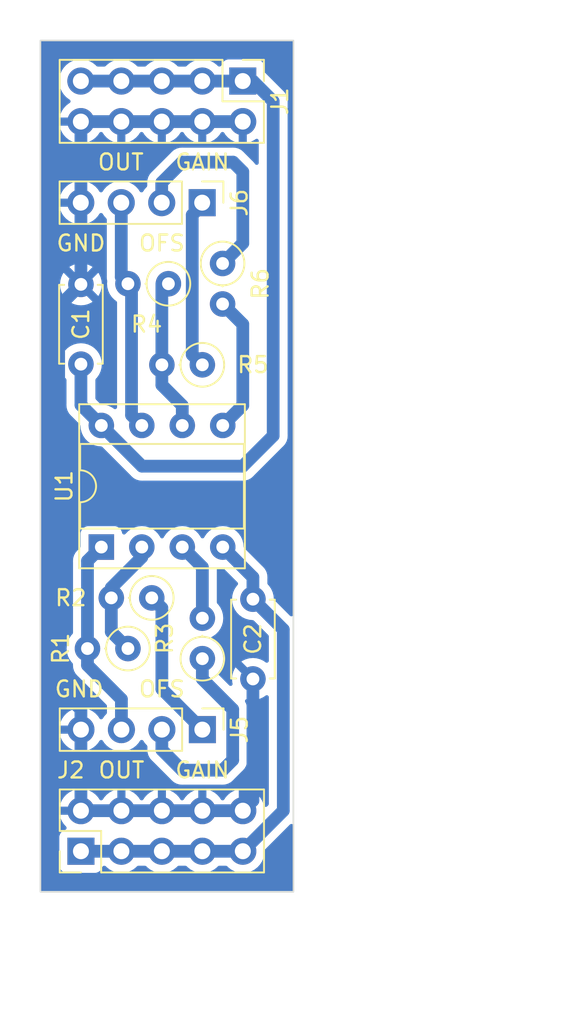
<source format=kicad_pcb>
(kicad_pcb (version 20221018) (generator pcbnew)
  (layers (0 "F.Cu" signal) (31 "B.Cu" signal) (34 "B.Paste" user) (35 "F.Paste" user) (36 "B.SilkS" user "B.Silkscreen") (37 "F.SilkS" user "F.Silkscreen") (38 "B.Mask" user) (39 "F.Mask" user) (44 "Edge.Cuts" user))
  (net 0 "")
  (net 1 "+12V")
  (net 2 "GND")
  (net 3 "-12V")
  (net 4 "Net-(J5-Pad1)")
  (net 5 "Net-(J5-Pad2)")
  (net 6 "Net-(J5-Pad3)")
  (net 7 "Net-(J6-Pad1)")
  (net 8 "Net-(J6-Pad2)")
  (net 9 "Net-(J6-Pad3)")
  (net 10 "Net-(R1-Pad1)")
  (net 11 "Net-(R3-Pad2)")
  (net 12 "Net-(R4-Pad1)")
  (net 13 "Net-(R6-Pad2)")
  (footprint "Resistor_THT:R_Axial_DIN0207_L6.3mm_D2.5mm_P2.54mm_Vertical" (layer "F.Cu") (at 171.45 82.55 -90)
    (fp_text reference "R6" (at 1.27 -2.37 90) (layer "F.SilkS"))
    (fp_text value "100k")
    (fp_line (start 1.37 0) (end 1.44 0) (stroke (width 0.12)) (layer "F.SilkS"))
    (fp_circle (center 0 0) (end 1.37 0) (stroke (width 0.12)) (fill none) (layer "F.SilkS"))
    (pad "1" thru_hole circle (at 0 0 270) (size 1.6 1.6) (drill 0.8) (layers "*.Cu" "*.Mask") (net 8 "Net-(J6-Pad2)"))
    (pad "2" thru_hole oval (at 2.54 0 270) (size 1.6 1.6) (drill 0.8) (layers "*.Cu" "*.Mask") (net 13 "Net-(R6-Pad2)"))
  )
  (footprint "Connector_PinHeader_2.54mm:PinHeader_1x04_P2.54mm_Vertical" (layer "F.Cu") (at 170.17 78.74 -90)
    (fp_text reference "J6" (at 0 -2.33 90) (layer "F.SilkS"))
    (fp_text value "Conn_01x04")
    (fp_line (start -1.33 -1.33) (end 0 -1.33) (stroke (width 0.12)) (layer "F.SilkS"))
    (fp_line (start -1.33 0) (end -1.33 -1.33) (stroke (width 0.12)) (layer "F.SilkS"))
    (fp_line (start -1.33 1.27) (end -1.33 8.95) (stroke (width 0.12)) (layer "F.SilkS"))
    (fp_line (start -1.33 1.27) (end 1.33 1.27) (stroke (width 0.12)) (layer "F.SilkS"))
    (fp_line (start -1.33 8.95) (end 1.33 8.95) (stroke (width 0.12)) (layer "F.SilkS"))
    (fp_line (start 1.33 1.27) (end 1.33 8.95) (stroke (width 0.12)) (layer "F.SilkS"))
    (pad "1" thru_hole rect (at 0 0 270) (size 1.7 1.7) (drill 1) (layers "*.Cu" "*.Mask") (net 7 "Net-(J6-Pad1)"))
    (pad "2" thru_hole oval (at 0 2.54 270) (size 1.7 1.7) (drill 1) (layers "*.Cu" "*.Mask") (net 8 "Net-(J6-Pad2)"))
    (pad "3" thru_hole oval (at 0 5.08 270) (size 1.7 1.7) (drill 1) (layers "*.Cu" "*.Mask") (net 9 "Net-(J6-Pad3)"))
    (pad "4" thru_hole oval (at 0 7.62 270) (size 1.7 1.7) (drill 1) (layers "*.Cu" "*.Mask") (net 2 "GND"))
  )
  (footprint "Resistor_THT:R_Axial_DIN0207_L6.3mm_D2.5mm_P2.54mm_Vertical" (layer "F.Cu") (at 168.05 83.82 180)
    (fp_text reference "R4" (at 1.37 -2.54) (layer "F.SilkS"))
    (fp_text value "100k")
    (fp_line (start 1.37 0) (end 1.44 0) (stroke (width 0.12)) (layer "F.SilkS"))
    (fp_circle (center 0 0) (end 1.37 0) (stroke (width 0.12)) (fill none) (layer "F.SilkS"))
    (pad "1" thru_hole circle (at 0 0 180) (size 1.6 1.6) (drill 0.8) (layers "*.Cu" "*.Mask") (net 12 "Net-(R4-Pad1)"))
    (pad "2" thru_hole oval (at 2.54 0 180) (size 1.6 1.6) (drill 0.8) (layers "*.Cu" "*.Mask") (net 9 "Net-(J6-Pad3)"))
  )
  (footprint "Connector_PinHeader_2.54mm:PinHeader_2x05_P2.54mm_Vertical" (layer "F.Cu") (at 172.715 71.12 -90)
    (fp_text reference "J1" (at 1.27 -2.33 -90) (layer "F.SilkS"))
    (fp_text value "Conn_02x05")
    (fp_line (start -1.33 -1.33) (end 0 -1.33) (stroke (width 0.12)) (layer "F.SilkS"))
    (fp_line (start -1.33 0) (end -1.33 -1.33) (stroke (width 0.12)) (layer "F.SilkS"))
    (fp_line (start -1.33 1.27) (end -1.33 11.49) (stroke (width 0.12)) (layer "F.SilkS"))
    (fp_line (start -1.33 1.27) (end 1.27 1.27) (stroke (width 0.12)) (layer "F.SilkS"))
    (fp_line (start -1.33 11.49) (end 3.87 11.49) (stroke (width 0.12)) (layer "F.SilkS"))
    (fp_line (start 1.27 -1.33) (end 3.87 -1.33) (stroke (width 0.12)) (layer "F.SilkS"))
    (fp_line (start 1.27 1.27) (end 1.27 -1.33) (stroke (width 0.12)) (layer "F.SilkS"))
    (fp_line (start 3.87 -1.33) (end 3.87 11.49) (stroke (width 0.12)) (layer "F.SilkS"))
    (pad "1" thru_hole rect (at 0 0 270) (size 1.7 1.7) (drill 1) (layers "*.Cu" "*.Mask") (net 1 "+12V"))
    (pad "2" thru_hole oval (at 2.54 0 270) (size 1.7 1.7) (drill 1) (layers "*.Cu" "*.Mask") (net 2 "GND"))
    (pad "3" thru_hole oval (at 0 2.54 270) (size 1.7 1.7) (drill 1) (layers "*.Cu" "*.Mask") (net 1 "+12V"))
    (pad "4" thru_hole oval (at 2.54 2.54 270) (size 1.7 1.7) (drill 1) (layers "*.Cu" "*.Mask") (net 2 "GND"))
    (pad "5" thru_hole oval (at 0 5.08 270) (size 1.7 1.7) (drill 1) (layers "*.Cu" "*.Mask") (net 1 "+12V"))
    (pad "6" thru_hole oval (at 2.54 5.08 270) (size 1.7 1.7) (drill 1) (layers "*.Cu" "*.Mask") (net 2 "GND"))
    (pad "7" thru_hole oval (at 0 7.62 270) (size 1.7 1.7) (drill 1) (layers "*.Cu" "*.Mask") (net 1 "+12V"))
    (pad "8" thru_hole oval (at 2.54 7.62 270) (size 1.7 1.7) (drill 1) (layers "*.Cu" "*.Mask") (net 2 "GND"))
    (pad "9" thru_hole oval (at 0 10.16 270) (size 1.7 1.7) (drill 1) (layers "*.Cu" "*.Mask") (net 1 "+12V"))
    (pad "10" thru_hole oval (at 2.54 10.16 270) (size 1.7 1.7) (drill 1) (layers "*.Cu" "*.Mask") (net 2 "GND"))
  )
  (footprint "Resistor_THT:R_Axial_DIN0207_L6.3mm_D2.5mm_P2.54mm_Vertical" (layer "F.Cu") (at 167.005 103.505 180)
    (fp_text reference "R2" (at 5.08 0) (layer "F.SilkS"))
    (fp_text value "100k")
    (fp_line (start 1.37 0) (end 1.44 0) (stroke (width 0.12)) (layer "F.SilkS"))
    (fp_circle (center 0 0) (end 1.37 0) (stroke (width 0.12)) (fill none) (layer "F.SilkS"))
    (pad "1" thru_hole circle (at 0 0 180) (size 1.6 1.6) (drill 0.8) (layers "*.Cu" "*.Mask") (net 4 "Net-(J5-Pad1)"))
    (pad "2" thru_hole oval (at 2.54 0 180) (size 1.6 1.6) (drill 0.8) (layers "*.Cu" "*.Mask") (net 10 "Net-(R1-Pad1)"))
  )
  (footprint "Package_DIP:DIP-8_W7.62mm_Socket" (layer "F.Cu") (at 163.84 100.32 90)
    (fp_text reference "U1" (at 3.81 -2.33 90) (layer "F.SilkS"))
    (fp_text value "TL072")
    (fp_line (start -1.33 -1.39) (end -1.33 9.01) (stroke (width 0.12)) (layer "F.SilkS"))
    (fp_line (start -1.33 9.01) (end 8.95 9.01) (stroke (width 0.12)) (layer "F.SilkS"))
    (fp_line (start 1.16 -1.33) (end 1.16 8.95) (stroke (width 0.12)) (layer "F.SilkS"))
    (fp_line (start 1.16 8.95) (end 6.46 8.95) (stroke (width 0.12)) (layer "F.SilkS"))
    (fp_line (start 2.81 -1.33) (end 1.16 -1.33) (stroke (width 0.12)) (layer "F.SilkS"))
    (fp_line (start 6.46 -1.33) (end 4.81 -1.33) (stroke (width 0.12)) (layer "F.SilkS"))
    (fp_line (start 6.46 8.95) (end 6.46 -1.33) (stroke (width 0.12)) (layer "F.SilkS"))
    (fp_line (start 8.95 -1.39) (end -1.33 -1.39) (stroke (width 0.12)) (layer "F.SilkS"))
    (fp_line (start 8.95 9.01) (end 8.95 -1.39) (stroke (width 0.12)) (layer "F.SilkS"))
    (fp_arc (start 4.81 -1.33) (mid 3.81 -0.33) (end 2.81 -1.33) (stroke (width 0.12)) (layer "F.SilkS"))
    (pad "1" thru_hole rect (at 0 0 90) (size 1.6 1.6) (drill 0.8) (layers "*.Cu" "*.Mask") (net 6 "Net-(J5-Pad3)"))
    (pad "2" thru_hole oval (at 0 2.54 90) (size 1.6 1.6) (drill 0.8) (layers "*.Cu" "*.Mask") (net 10 "Net-(R1-Pad1)"))
    (pad "3" thru_hole oval (at 0 5.08 90) (size 1.6 1.6) (drill 0.8) (layers "*.Cu" "*.Mask") (net 11 "Net-(R3-Pad2)"))
    (pad "4" thru_hole oval (at 0 7.62 90) (size 1.6 1.6) (drill 0.8) (layers "*.Cu" "*.Mask") (net 3 "-12V"))
    (pad "5" thru_hole oval (at 7.62 7.62 90) (size 1.6 1.6) (drill 0.8) (layers "*.Cu" "*.Mask") (net 13 "Net-(R6-Pad2)"))
    (pad "6" thru_hole oval (at 7.62 5.08 90) (size 1.6 1.6) (drill 0.8) (layers "*.Cu" "*.Mask") (net 12 "Net-(R4-Pad1)"))
    (pad "7" thru_hole oval (at 7.62 2.54 90) (size 1.6 1.6) (drill 0.8) (layers "*.Cu" "*.Mask") (net 9 "Net-(J6-Pad3)"))
    (pad "8" thru_hole oval (at 7.62 0 90) (size 1.6 1.6) (drill 0.8) (layers "*.Cu" "*.Mask") (net 1 "+12V"))
  )
  (footprint "Resistor_THT:R_Axial_DIN0207_L6.3mm_D2.5mm_P2.54mm_Vertical" (layer "F.Cu") (at 170.18 88.9 180)
    (fp_text reference "R5" (at -3.175 0) (layer "F.SilkS"))
    (fp_text value "100k")
    (fp_line (start 1.37 0) (end 1.44 0) (stroke (width 0.12)) (layer "F.SilkS"))
    (fp_circle (center 0 0) (end 1.37 0) (stroke (width 0.12)) (fill none) (layer "F.SilkS"))
    (pad "1" thru_hole circle (at 0 0 180) (size 1.6 1.6) (drill 0.8) (layers "*.Cu" "*.Mask") (net 7 "Net-(J6-Pad1)"))
    (pad "2" thru_hole oval (at 2.54 0 180) (size 1.6 1.6) (drill 0.8) (layers "*.Cu" "*.Mask") (net 12 "Net-(R4-Pad1)"))
  )
  (footprint "Resistor_THT:R_Axial_DIN0207_L6.3mm_D2.5mm_P2.54mm_Vertical" (layer "F.Cu") (at 170.18 107.315 90)
    (fp_text reference "R3" (at 1.27 -2.37 90) (layer "F.SilkS"))
    (fp_text value "100k")
    (fp_line (start 1.37 0) (end 1.44 0) (stroke (width 0.12)) (layer "F.SilkS"))
    (fp_circle (center 0 0) (end 1.37 0) (stroke (width 0.12)) (fill none) (layer "F.SilkS"))
    (pad "1" thru_hole circle (at 0 0 90) (size 1.6 1.6) (drill 0.8) (layers "*.Cu" "*.Mask") (net 5 "Net-(J5-Pad2)"))
    (pad "2" thru_hole oval (at 2.54 0 90) (size 1.6 1.6) (drill 0.8) (layers "*.Cu" "*.Mask") (net 11 "Net-(R3-Pad2)"))
  )
  (footprint "Resistor_THT:R_Axial_DIN0207_L6.3mm_D2.5mm_P2.54mm_Vertical" (layer "F.Cu") (at 165.51 106.68 180)
    (fp_text reference "R1" (at 4.22 0 90) (layer "F.SilkS"))
    (fp_text value "100k")
    (fp_line (start 1.37 0) (end 1.44 0) (stroke (width 0.12)) (layer "F.SilkS"))
    (fp_circle (center 0 0) (end 1.37 0) (stroke (width 0.12)) (fill none) (layer "F.SilkS"))
    (pad "1" thru_hole circle (at 0 0 180) (size 1.6 1.6) (drill 0.8) (layers "*.Cu" "*.Mask") (net 10 "Net-(R1-Pad1)"))
    (pad "2" thru_hole oval (at 2.54 0 180) (size 1.6 1.6) (drill 0.8) (layers "*.Cu" "*.Mask") (net 6 "Net-(J5-Pad3)"))
  )
  (footprint "Connector_PinHeader_2.54mm:PinHeader_1x04_P2.54mm_Vertical" (layer "F.Cu") (at 170.18 111.76 -90)
    (fp_text reference "J5" (at 0 -2.33 90) (layer "F.SilkS"))
    (fp_text value "Conn_01x04")
    (fp_line (start -1.33 -1.33) (end 0 -1.33) (stroke (width 0.12)) (layer "F.SilkS"))
    (fp_line (start -1.33 0) (end -1.33 -1.33) (stroke (width 0.12)) (layer "F.SilkS"))
    (fp_line (start -1.33 1.27) (end -1.33 8.95) (stroke (width 0.12)) (layer "F.SilkS"))
    (fp_line (start -1.33 1.27) (end 1.33 1.27) (stroke (width 0.12)) (layer "F.SilkS"))
    (fp_line (start -1.33 8.95) (end 1.33 8.95) (stroke (width 0.12)) (layer "F.SilkS"))
    (fp_line (start 1.33 1.27) (end 1.33 8.95) (stroke (width 0.12)) (layer "F.SilkS"))
    (pad "1" thru_hole rect (at 0 0 270) (size 1.7 1.7) (drill 1) (layers "*.Cu" "*.Mask") (net 4 "Net-(J5-Pad1)"))
    (pad "2" thru_hole oval (at 0 2.54 270) (size 1.7 1.7) (drill 1) (layers "*.Cu" "*.Mask") (net 5 "Net-(J5-Pad2)"))
    (pad "3" thru_hole oval (at 0 5.08 270) (size 1.7 1.7) (drill 1) (layers "*.Cu" "*.Mask") (net 6 "Net-(J5-Pad3)"))
    (pad "4" thru_hole oval (at 0 7.62 270) (size 1.7 1.7) (drill 1) (layers "*.Cu" "*.Mask") (net 2 "GND"))
  )
  (footprint "Capacitor_THT:C_Disc_D4.7mm_W2.5mm_P5.00mm" (layer "F.Cu") (at 173.355 108.585 90)
    (fp_text reference "C2" (at 2.5 0 90) (layer "F.SilkS"))
    (fp_text value "100nF")
    (fp_line (start 0.03 -1.37) (end 0.03 -1.055) (stroke (width 0.12)) (layer "F.SilkS"))
    (fp_line (start 0.03 -1.37) (end 4.97 -1.37) (stroke (width 0.12)) (layer "F.SilkS"))
    (fp_line (start 0.03 1.055) (end 0.03 1.37) (stroke (width 0.12)) (layer "F.SilkS"))
    (fp_line (start 0.03 1.37) (end 4.97 1.37) (stroke (width 0.12)) (layer "F.SilkS"))
    (fp_line (start 4.97 -1.37) (end 4.97 -1.055) (stroke (width 0.12)) (layer "F.SilkS"))
    (fp_line (start 4.97 1.055) (end 4.97 1.37) (stroke (width 0.12)) (layer "F.SilkS"))
    (pad "1" thru_hole circle (at 0 0 90) (size 1.6 1.6) (drill 0.8) (layers "*.Cu" "*.Mask") (net 2 "GND"))
    (pad "2" thru_hole circle (at 5 0 90) (size 1.6 1.6) (drill 0.8) (layers "*.Cu" "*.Mask") (net 3 "-12V"))
  )
  (footprint "Capacitor_THT:C_Disc_D4.7mm_W2.5mm_P5.00mm" (layer "F.Cu") (at 162.56 88.86 90)
    (fp_text reference "C1" (at 2.5 0 90) (layer "F.SilkS"))
    (fp_text value "100nF")
    (fp_line (start 0.03 -1.37) (end 0.03 -1.055) (stroke (width 0.12)) (layer "F.SilkS"))
    (fp_line (start 0.03 -1.37) (end 4.97 -1.37) (stroke (width 0.12)) (layer "F.SilkS"))
    (fp_line (start 0.03 1.055) (end 0.03 1.37) (stroke (width 0.12)) (layer "F.SilkS"))
    (fp_line (start 0.03 1.37) (end 4.97 1.37) (stroke (width 0.12)) (layer "F.SilkS"))
    (fp_line (start 4.97 -1.37) (end 4.97 -1.055) (stroke (width 0.12)) (layer "F.SilkS"))
    (fp_line (start 4.97 1.055) (end 4.97 1.37) (stroke (width 0.12)) (layer "F.SilkS"))
    (pad "1" thru_hole circle (at 0 0 90) (size 1.6 1.6) (drill 0.8) (layers "*.Cu" "*.Mask") (net 1 "+12V"))
    (pad "2" thru_hole circle (at 5 0 90) (size 1.6 1.6) (drill 0.8) (layers "*.Cu" "*.Mask") (net 2 "GND"))
  )
  (footprint "Connector_PinHeader_2.54mm:PinHeader_2x05_P2.54mm_Vertical" (layer "F.Cu") (at 162.56 119.38 90)
    (fp_text reference "J2" (at 5.08 -0.635) (layer "F.SilkS"))
    (fp_text value "Conn_02x05")
    (fp_line (start -1.33 -1.33) (end 0 -1.33) (stroke (width 0.12)) (layer "F.SilkS"))
    (fp_line (start -1.33 0) (end -1.33 -1.33) (stroke (width 0.12)) (layer "F.SilkS"))
    (fp_line (start -1.33 1.27) (end -1.33 11.49) (stroke (width 0.12)) (layer "F.SilkS"))
    (fp_line (start -1.33 1.27) (end 1.27 1.27) (stroke (width 0.12)) (layer "F.SilkS"))
    (fp_line (start -1.33 11.49) (end 3.87 11.49) (stroke (width 0.12)) (layer "F.SilkS"))
    (fp_line (start 1.27 -1.33) (end 3.87 -1.33) (stroke (width 0.12)) (layer "F.SilkS"))
    (fp_line (start 1.27 1.27) (end 1.27 -1.33) (stroke (width 0.12)) (layer "F.SilkS"))
    (fp_line (start 3.87 -1.33) (end 3.87 11.49) (stroke (width 0.12)) (layer "F.SilkS"))
    (pad "1" thru_hole rect (at 0 0 90) (size 1.7 1.7) (drill 1) (layers "*.Cu" "*.Mask") (net 3 "-12V"))
    (pad "2" thru_hole oval (at 2.54 0 90) (size 1.7 1.7) (drill 1) (layers "*.Cu" "*.Mask") (net 2 "GND"))
    (pad "3" thru_hole oval (at 0 2.54 90) (size 1.7 1.7) (drill 1) (layers "*.Cu" "*.Mask") (net 3 "-12V"))
    (pad "4" thru_hole oval (at 2.54 2.54 90) (size 1.7 1.7) (drill 1) (layers "*.Cu" "*.Mask") (net 2 "GND"))
    (pad "5" thru_hole oval (at 0 5.08 90) (size 1.7 1.7) (drill 1) (layers "*.Cu" "*.Mask") (net 3 "-12V"))
    (pad "6" thru_hole oval (at 2.54 5.08 90) (size 1.7 1.7) (drill 1) (layers "*.Cu" "*.Mask") (net 2 "GND"))
    (pad "7" thru_hole oval (at 0 7.62 90) (size 1.7 1.7) (drill 1) (layers "*.Cu" "*.Mask") (net 3 "-12V"))
    (pad "8" thru_hole oval (at 2.54 7.62 90) (size 1.7 1.7) (drill 1) (layers "*.Cu" "*.Mask") (net 2 "GND"))
    (pad "9" thru_hole oval (at 0 10.16 90) (size 1.7 1.7) (drill 1) (layers "*.Cu" "*.Mask") (net 3 "-12V"))
    (pad "10" thru_hole oval (at 2.54 10.16 90) (size 1.7 1.7) (drill 1) (layers "*.Cu" "*.Mask") (net 2 "GND"))
  )
  (gr_rect (start 160.02 68.58) (end 175.895 121.92) (stroke (width 0.1)) (fill none) (layer "Edge.Cuts"))
  (gr_text "GND" (at 162.45 109.22) (layer "F.SilkS") (effects (font (size 1 1))))
  (gr_text "GAIN" (at 170.18 76.2) (layer "F.SilkS") (effects (font (size 1 1))))
  (gr_text "OFS" (at 167.64 81.28) (layer "F.SilkS") (effects (font (size 1 1))))
  (gr_text "OUT" (at 165.06 76.2) (layer "F.SilkS") (effects (font (size 1 1))))
  (gr_text "GND" (at 162.56 81.28) (layer "F.SilkS") (effects (font (size 1 1))))
  (gr_text "OFS" (at 167.64 109.22) (layer "F.SilkS") (effects (font (size 1 1))))
  (gr_text "GAIN" (at 170.18 114.3) (layer "F.SilkS") (effects (font (size 1 1))))
  (gr_text "OUT" (at 165.1 114.3) (layer "F.SilkS") (effects (font (size 1 1))))
  (segment (start 166.39 95.25) (end 172.72 95.25) (width 0.8) (layer "B.Cu") (net 1))
  (segment (start 174.625 72.39) (end 173.355 71.12) (width 0.8) (layer "B.Cu") (net 1))
  (segment (start 162.56 88.86) (end 162.56 91.42) (width 0.8) (layer "B.Cu") (net 1))
  (segment (start 163.84 92.7) (end 166.39 95.25) (width 0.8) (layer "B.Cu") (net 1))
  (segment (start 174.625 93.345) (end 174.625 72.39) (width 0.8) (layer "B.Cu") (net 1))
  (segment (start 172.72 95.25) (end 174.625 93.345) (width 0.8) (layer "B.Cu") (net 1))
  (segment (start 162.56 91.42) (end 163.84 92.7) (width 0.8) (layer "B.Cu") (net 1))
  (segment (start 173.355 71.12) (end 162.56 71.12) (width 0.8) (layer "B.Cu") (net 1))
  (segment (start 162.56 73.66) (end 162.56 78.73) (width 0.8) (layer "B.Cu") (net 2))
  (segment (start 162.56 111.76) (end 162.56 110.5) (width 0.8) (layer "B.Cu") (net 2))
  (segment (start 162.56 83.86) (end 161.160489 85.259511) (width 0.8) (layer "B.Cu") (net 2))
  (segment (start 172.72 73.66) (end 162.56 73.66) (width 0.8) (layer "B.Cu") (net 2))
  (segment (start 161.160489 85.259511) (end 161.160489 109.100489) (width 0.8) (layer "B.Cu") (net 2))
  (segment (start 172.72 116.84) (end 173.355 116.205) (width 0.8) (layer "B.Cu") (net 2))
  (segment (start 162.56 78.75) (end 162.55 78.74) (width 0.8) (layer "B.Cu") (net 2))
  (segment (start 172.72 116.84) (end 162.56 116.84) (width 0.8) (layer "B.Cu") (net 2))
  (segment (start 162.56 78.73) (end 162.55 78.74) (width 0.8) (layer "B.Cu") (net 2))
  (segment (start 173.355 116.205) (end 173.355 108.585) (width 0.8) (layer "B.Cu") (net 2))
  (segment (start 162.56 83.86) (end 162.56 78.75) (width 0.8) (layer "B.Cu") (net 2))
  (segment (start 162.56 116.84) (end 162.56 111.76) (width 0.8) (layer "B.Cu") (net 2))
  (segment (start 162.56 110.5) (end 161.160489 109.100489) (width 0.8) (layer "B.Cu") (net 2))
  (segment (start 171.46 100.32) (end 173.355 102.215) (width 0.8) (layer "B.Cu") (net 3))
  (segment (start 162.56 119.38) (end 172.72 119.38) (width 0.8) (layer "B.Cu") (net 3))
  (segment (start 175.26 116.84) (end 172.72 119.38) (width 0.8) (layer "B.Cu") (net 3))
  (segment (start 173.355 102.215) (end 173.355 103.585) (width 0.8) (layer "B.Cu") (net 3))
  (segment (start 173.355 103.585) (end 175.26 105.49) (width 0.8) (layer "B.Cu") (net 3))
  (segment (start 175.26 105.49) (end 175.26 116.84) (width 0.8) (layer "B.Cu") (net 3))
  (segment (start 167.64 109.22) (end 167.64 104.14) (width 0.8) (layer "B.Cu") (net 4))
  (segment (start 167.64 104.14) (end 167.005 103.505) (width 0.8) (layer "B.Cu") (net 4))
  (segment (start 170.18 111.76) (end 167.64 109.22) (width 0.8) (layer "B.Cu") (net 4))
  (segment (start 171.45 114.3) (end 172.085 113.665) (width 0.8) (layer "B.Cu") (net 5))
  (segment (start 172.085 113.665) (end 172.085 110.49) (width 0.8) (layer "B.Cu") (net 5))
  (segment (start 170.18 108.585) (end 170.18 107.315) (width 0.8) (layer "B.Cu") (net 5))
  (segment (start 172.085 110.49) (end 170.18 108.585) (width 0.8) (layer "B.Cu") (net 5))
  (segment (start 168.91 114.3) (end 171.45 114.3) (width 0.8) (layer "B.Cu") (net 5))
  (segment (start 167.64 111.76) (end 167.64 113.03) (width 0.8) (layer "B.Cu") (net 5))
  (segment (start 167.64 113.03) (end 168.91 114.3) (width 0.8) (layer "B.Cu") (net 5))
  (segment (start 165.1 109.855) (end 165.1 111.76) (width 0.8) (layer "B.Cu") (net 6))
  (segment (start 162.97 106.68) (end 162.97 101.19) (width 0.8) (layer "B.Cu") (net 6))
  (segment (start 162.97 101.19) (end 163.84 100.32) (width 0.8) (layer "B.Cu") (net 6))
  (segment (start 162.97 107.725) (end 165.1 109.855) (width 0.8) (layer "B.Cu") (net 6))
  (segment (start 162.97 106.68) (end 162.97 107.725) (width 0.8) (layer "B.Cu") (net 6))
  (segment (start 170.18 88.9) (end 169.545 88.265) (width 0.8) (layer "B.Cu") (net 7))
  (segment (start 169.545 79.508534) (end 170.17 78.883534) (width 0.8) (layer "B.Cu") (net 7))
  (segment (start 170.17 78.883534) (end 170.17 78.74) (width 0.8) (layer "B.Cu") (net 7))
  (segment (start 169.545 88.265) (end 169.545 79.508534) (width 0.8) (layer "B.Cu") (net 7))
  (segment (start 172.72 81.28) (end 172.72 76.810489) (width 0.8) (layer "B.Cu") (net 8))
  (segment (start 167.63 77.48) (end 167.63 78.74) (width 0.8) (layer "B.Cu") (net 8))
  (segment (start 172.72 76.810489) (end 172.109511 76.2) (width 0.8) (layer "B.Cu") (net 8))
  (segment (start 168.91 76.2) (end 167.63 77.48) (width 0.8) (layer "B.Cu") (net 8))
  (segment (start 172.109511 76.2) (end 168.91 76.2) (width 0.8) (layer "B.Cu") (net 8))
  (segment (start 171.45 82.55) (end 172.72 81.28) (width 0.8) (layer "B.Cu") (net 8))
  (segment (start 165.735 84.045) (end 165.51 83.82) (width 0.8) (layer "B.Cu") (net 9))
  (segment (start 165.735 92.055) (end 165.735 84.045) (width 0.8) (layer "B.Cu") (net 9))
  (segment (start 165.09 78.74) (end 165.09 83.4) (width 0.8) (layer "B.Cu") (net 9))
  (segment (start 166.38 92.7) (end 165.735 92.055) (width 0.8) (layer "B.Cu") (net 9))
  (segment (start 165.09 83.4) (end 165.51 83.82) (width 0.8) (layer "B.Cu") (net 9))
  (segment (start 164.465 103.505) (end 164.465 102.87) (width 0.8) (layer "B.Cu") (net 10))
  (segment (start 166.38 100.955) (end 166.38 100.32) (width 0.8) (layer "B.Cu") (net 10))
  (segment (start 164.465 102.87) (end 166.38 100.955) (width 0.8) (layer "B.Cu") (net 10))
  (segment (start 164.465 105.635) (end 165.51 106.68) (width 0.8) (layer "B.Cu") (net 10))
  (segment (start 164.465 103.505) (end 164.465 105.635) (width 0.8) (layer "B.Cu") (net 10))
  (segment (start 170.18 104.775) (end 170.18 101.58) (width 0.8) (layer "B.Cu") (net 11))
  (segment (start 170.18 101.58) (end 168.92 100.32) (width 0.8) (layer "B.Cu") (net 11))
  (segment (start 168.92 91.45) (end 167.64 90.17) (width 0.8) (layer "B.Cu") (net 12))
  (segment (start 167.64 90.17) (end 167.64 88.9) (width 0.8) (layer "B.Cu") (net 12))
  (segment (start 168.92 92.7) (end 168.92 91.45) (width 0.8) (layer "B.Cu") (net 12))
  (segment (start 167.64 88.9) (end 167.64 83.82) (width 0.8) (layer "B.Cu") (net 12))
  (segment (start 172.72 86.36) (end 172.72 91.44) (width 0.8) (layer "B.Cu") (net 13))
  (segment (start 172.72 91.44) (end 171.46 92.7) (width 0.8) (layer "B.Cu") (net 13))
  (segment (start 171.45 85.09) (end 172.72 86.36) (width 0.8) (layer "B.Cu") (net 13))
  (zone (net 2) (net_name "GND") (layer "B.Cu") (connect_pads (clearance 0.506)) (min_thickness 0.254) (fill yes (thermal_gap 0.508) (thermal_bridge_width 0.508))
    (polygon (pts (xy 178.435 124.46) (xy 157.48 124.46) (xy 157.48 66.04) (xy 178.435 66.04)))
  )
)
</source>
